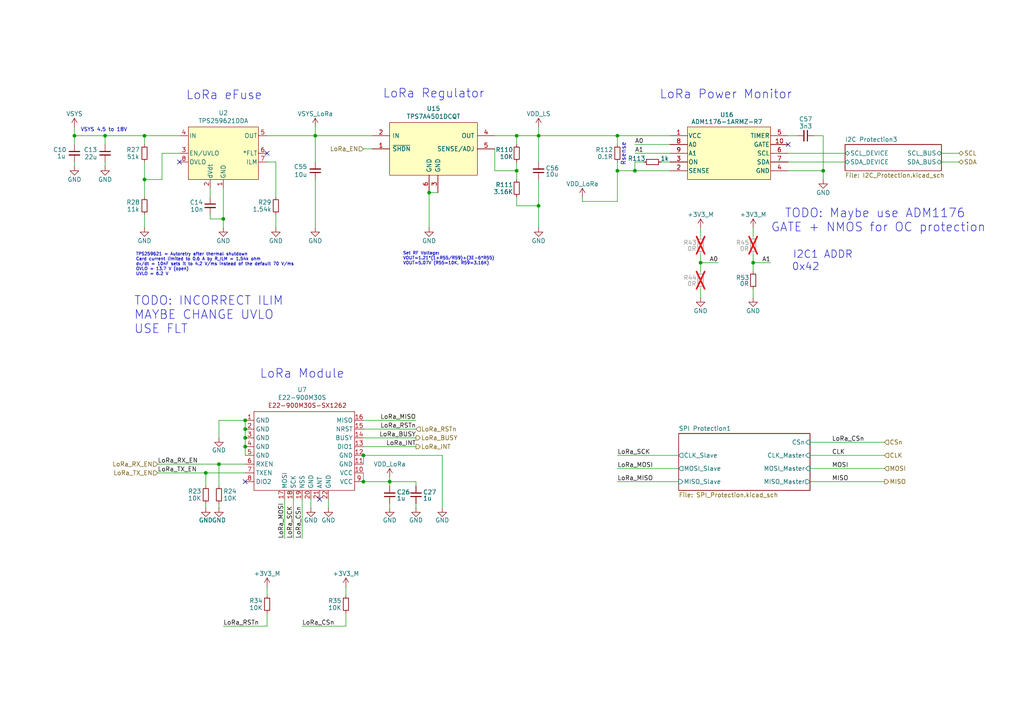
<source format=kicad_sch>
(kicad_sch (version 20231120) (generator "eeschema") (generator_version "8.0")
  (paper "A4")
  (title_block (title "Argus Mainboard") (date "2024-11-19") (rev "v2.1") (company "Carnegie Mellon University") (comment 1 "M. Holliday") (comment 2 "N. Khera") (comment 3 "V. Rajesh"))
  (lib_symbols
    (symbol "Argus-IC:ADM1176-1ARMZ-R7" (pin_names (offset 0.254))
      (property "Reference" "U9" (at 0 8.89 0))
      (property "Value" "ADM1176-1ARMZ-R7" (at 0.762 -9.144 0))
      (symbol "ADM1176-1ARMZ-R7_1_0"
        (pin unspecified line (at -16.51 5.08 0) (length 5.08) (name "VCC") (number "1"))
        (pin unspecified line (at 17.78 2.54 180) (length 5.08) (name "GATE") (number "10"))
        (pin unspecified line (at -16.51 -5.08 0) (length 5.08) (name "SENSE") (number "2"))
        (pin unspecified line (at -16.51 -2.54 0) (length 5.08) (name "ON") (number "3"))
        (pin unspecified line (at 17.78 -5.08 180) (length 5.08) (name "GND") (number "4"))
        (pin unspecified line (at 17.78 5.08 180) (length 5.08) (name "TIMER") (number "5"))
        (pin unspecified line (at 17.78 0 180) (length 5.08) (name "SCL") (number "6"))
        (pin unspecified line (at 17.78 -2.54 180) (length 5.08) (name "SDA") (number "7"))
        (pin unspecified line (at -16.51 2.54 0) (length 5.08) (name "A0") (number "8"))
        (pin unspecified line (at -16.51 0 0) (length 5.08) (name "A1") (number "9"))
      )
      (symbol "ADM1176-1ARMZ-R7_1_1"
        (rectangle (start -11.43 7.62) (end 12.7 -7.62) (fill (type background)))
      )
    )
    (symbol "Argus-IC:TPS7A4501DCQT" (pin_names (offset 0.762))
      (property "Reference" "U6" (at 0 11.811 0))
      (property "Value" "TPS7A4501DCQT" (at 0 9.4996 0))
      (symbol "TPS7A4501DCQT_0_0"
        (pin passive line (at -17.78 0 0) (length 5.08) (name "~{SHDN}") (number "1"))
        (pin input line (at -17.78 3.81 0) (length 5.08) (name "IN") (number "2"))
        (pin output line (at 17.78 3.81 180) (length 5.08) (name "OUT") (number "4"))
        (pin passive line (at 17.78 0 180) (length 5.08) (name "SENSE/ADJ") (number "5"))
      )
      (symbol "TPS7A4501DCQT_1_0"
        (pin power_in line (at 1.27 -12.7 90) (length 5.08) (name "GND") (number "3"))
        (pin power_in line (at -1.27 -12.7 90) (length 5.08) (name "GND") (number "6"))
      )
      (symbol "TPS7A4501DCQT_1_1"
        (polyline (pts (xy -12.7 7.62) (xy 12.7 7.62) (xy 12.7 -7.62) (xy -12.7 -7.62) (xy -12.7 7.62)) (stroke (width 0.1524)) (fill (type background)))
      )
    )
    (symbol "Argus-Miscellaneous:E22-900M30S-SX1262"
      (property "Reference" "U" (at 0 0 0))
      (symbol "E22-900M30S-SX1262_0_1"
        (rectangle (start -13.97 -3.81) (end 15.24 -26.67))
      )
      (symbol "E22-900M30S-SX1262_1_1"
        (text "E22-900M30S-SX1262" (at 1.524 -2.032 0) (effects (font (size 1.27 1.27))))
        (pin passive line (at -16.51 -6.35 0) (length 2.54) (name "GND") (number "1"))
        (pin passive line (at 17.78 -21.59 180) (length 2.54) (name "VCC") (number "10"))
        (pin passive line (at 17.78 -19.05 180) (length 2.54) (name "GND") (number "11"))
        (pin passive line (at 17.78 -16.51 180) (length 2.54) (name "GND") (number "12"))
        (pin passive line (at 17.78 -13.97 180) (length 2.54) (name "DIO1") (number "13"))
        (pin passive line (at 17.78 -11.43 180) (length 2.54) (name "BUSY") (number "14"))
        (pin passive line (at 17.78 -8.89 180) (length 2.54) (name "NRST") (number "15"))
        (pin passive line (at 17.78 -6.35 180) (length 2.54) (name "MISO") (number "16"))
        (pin passive line (at -5.08 -29.21 90) (length 2.54) (name "MOSI") (number "17"))
        (pin passive line (at -2.54 -29.21 90) (length 2.54) (name "SCK") (number "18"))
        (pin passive line (at 0 -29.21 90) (length 2.54) (name "NSS") (number "19"))
        (pin passive line (at -16.51 -8.89 0) (length 2.54) (name "GND") (number "2"))
        (pin passive line (at 2.54 -29.21 90) (length 2.54) (name "GND") (number "20"))
        (pin passive line (at 5.08 -29.21 90) (length 2.54) (name "ANT") (number "21"))
        (pin passive line (at 7.62 -29.21 90) (length 2.54) (name "GND") (number "22"))
        (pin passive line (at -16.51 -11.43 0) (length 2.54) (name "GND") (number "3"))
        (pin passive line (at -16.51 -13.97 0) (length 2.54) (name "GND") (number "4"))
        (pin passive line (at -16.51 -16.51 0) (length 2.54) (name "GND") (number "5"))
        (pin passive line (at -16.51 -19.05 0) (length 2.54) (name "RXEN") (number "6"))
        (pin passive line (at -16.51 -21.59 0) (length 2.54) (name "TXEN") (number "7"))
        (pin passive line (at -16.51 -24.13 0) (length 2.54) (name "DIO2") (number "8"))
        (pin passive line (at 17.78 -24.13 180) (length 2.54) (name "VCC") (number "9"))
      )
    )
    (symbol "Device:C_Small" (pin_numbers hide) (pin_names (offset 0.254) hide)
      (property "Reference" "C" (at 0.254 1.778 0))
      (property "Value" "C_Small" (at 0.254 -2.032 0))
      (symbol "C_Small_0_1"
        (polyline (pts (xy -1.524 -0.508) (xy 1.524 -0.508)) (stroke (width 0.3302)))
        (polyline (pts (xy -1.524 0.508) (xy 1.524 0.508)) (stroke (width 0.3048)))
      )
      (symbol "C_Small_1_1"
        (pin passive line (at 0 2.54 270) (length 2.032) (name "~") (number "1"))
        (pin passive line (at 0 -2.54 90) (length 2.032) (name "~") (number "2"))
      )
    )
    (symbol "Device:R_Small" (pin_numbers hide) (pin_names (offset 0.254) hide)
      (property "Reference" "R" (at 0.762 0.508 0))
      (property "Value" "R_Small" (at 0.762 -1.016 0))
      (symbol "R_Small_0_1"
        (rectangle (start -0.762 1.778) (end 0.762 -1.778) (stroke (width 0.2032)))
      )
      (symbol "R_Small_1_1"
        (pin passive line (at 0 2.54 270) (length 0.762) (name "~") (number "1"))
        (pin passive line (at 0 -2.54 90) (length 0.762) (name "~") (number "2"))
      )
    )
    (symbol "oresat-ics:TPS259621DDA" (pin_names (offset 0.254))
      (property "Reference" "U" (at 0 11.43 0))
      (property "Value" "TPS259621DDA" (at 0 8.89 0))
      (symbol "TPS259621DDA_1_1"
        (rectangle (start -10.16 7.62) (end 10.16 -7.62) (fill (type background)))
        (pin power_in line (at 0 -10.16 90) (length 2.54) (name "GND") (number "1"))
        (pin output line (at -3.81 -10.16 90) (length 2.54) (name "dVdt") (number "2"))
        (pin input line (at -12.7 0 0) (length 2.54) (name "EN/UVLO") (number "3"))
        (pin power_in line (at -12.7 5.08 0) (length 2.54) (name "IN") (number "4"))
        (pin power_out line (at 12.7 5.08 180) (length 2.54) (name "OUT") (number "5"))
        (pin open_collector line (at 12.7 0 180) (length 2.54) (name "*FLT") (number "6"))
        (pin output line (at 12.7 -2.54 180) (length 2.54) (name "ILM") (number "7"))
        (pin input line (at -12.7 -2.54 0) (length 2.54) (name "OVLO") (number "8"))
        (pin power_in line (at 0 -10.16 90) (length 2.54) hide (name "GND") (number "9"))
      )
    )
    (symbol "power:+3V3" (power) (pin_numbers hide) (pin_names (offset 0) hide)
      (property "Value" "+3V3" (at 0 3.556 0))
      (symbol "+3V3_0_1"
        (polyline (pts (xy -0.762 1.27) (xy 0 2.54)))
        (polyline (pts (xy 0 0) (xy 0 2.54)))
        (polyline (pts (xy 0 2.54) (xy 0.762 1.27)))
      )
      (symbol "+3V3_1_1"
        (pin power_in line (at 0 0 90) (length 0) (name "~") (number "1"))
      )
    )
    (symbol "power:+BATT" (power) (pin_numbers hide) (pin_names (offset 0) hide)
      (property "Value" "+BATT" (at 0 3.556 0))
      (symbol "+BATT_0_1"
        (polyline (pts (xy -0.762 1.27) (xy 0 2.54)))
        (polyline (pts (xy 0 0) (xy 0 2.54)))
        (polyline (pts (xy 0 2.54) (xy 0.762 1.27)))
      )
      (symbol "+BATT_1_1"
        (pin power_in line (at 0 0 90) (length 0) (name "~") (number "1"))
      )
    )
    (symbol "power:GND" (power) (pin_numbers hide) (pin_names (offset 0) hide)
      (property "Value" "GND" (at 0 -3.81 0))
      (symbol "GND_0_1"
        (polyline (pts (xy 0 0) (xy 0 -1.27) (xy 1.27 -1.27) (xy 0 -2.54) (xy -1.27 -1.27) (xy 0 -1.27)))
      )
      (symbol "GND_1_1"
        (pin power_in line (at 0 0 270) (length 0) (name "~") (number "1"))
      )
    )
  )
  (junction (at 156.21 39.37))
  (junction (at 59.69 137.16))
  (junction (at 71.12 124.46))
  (junction (at 71.12 127))
  (junction (at 238.76 49.53))
  (junction (at 149.86 39.37))
  (junction (at 156.21 59.69))
  (junction (at 64.77 63.5))
  (junction (at 63.5 134.62))
  (junction (at 41.91 39.37))
  (junction (at 41.91 52.07))
  (junction (at 105.41 139.7))
  (junction (at 30.48 39.37))
  (junction (at 203.2 76.2))
  (junction (at 113.03 139.7))
  (junction (at 124.46 55.88))
  (junction (at 218.44 76.2))
  (junction (at 184.15 49.53))
  (junction (at 21.59 39.37))
  (junction (at 179.07 49.53))
  (junction (at 105.41 132.08))
  (junction (at 71.12 121.92))
  (junction (at 71.12 129.54))
  (junction (at 179.07 39.37))
  (junction (at 91.44 39.37))
  (junction (at 149.86 49.53))
  (no_connect (at 77.47 44.45))
  (no_connect (at 92.71 144.78))
  (no_connect (at 228.6 41.91))
  (no_connect (at 71.12 139.7))
  (no_connect (at 52.07 46.99))
  (wire (pts (xy 45.72 134.62) (xy 63.5 134.62)))
  (wire (pts (xy 64.77 181.61) (xy 77.47 181.61)))
  (wire (pts (xy 105.41 137.16) (xy 105.41 139.7)))
  (wire (pts (xy 234.95 139.7) (xy 256.54 139.7)))
  (wire (pts (xy 203.2 76.2) (xy 203.2 78.74)))
  (wire (pts (xy 218.44 76.2) (xy 218.44 78.74)))
  (wire (pts (xy 245.11 44.45) (xy 228.6 44.45)))
  (wire (pts (xy 46.99 44.45) (xy 52.07 44.45)))
  (wire (pts (xy 30.48 46.99) (xy 30.48 48.26)))
  (wire (pts (xy 59.69 147.32) (xy 59.69 146.05)))
  (wire (pts (xy 203.2 83.82) (xy 203.2 86.36)))
  (wire (pts (xy 149.86 57.15) (xy 149.86 59.69)))
  (wire (pts (xy 203.2 76.2) (xy 208.28 76.2)))
  (wire (pts (xy 71.12 121.92) (xy 63.5 121.92)))
  (wire (pts (xy 105.41 129.54) (xy 120.65 129.54)))
  (wire (pts (xy 105.41 124.46) (xy 120.65 124.46)))
  (wire (pts (xy 218.44 66.04) (xy 218.44 68.58)))
  (wire (pts (xy 179.07 41.91) (xy 179.07 39.37)))
  (wire (pts (xy 194.31 46.99) (xy 191.77 46.99)))
  (wire (pts (xy 77.47 46.99) (xy 80.01 46.99)))
  (wire (pts (xy 41.91 62.23) (xy 41.91 66.04)))
  (wire (pts (xy 105.41 43.18) (xy 107.95 43.18)))
  (wire (pts (xy 179.07 49.53) (xy 184.15 49.53)))
  (wire (pts (xy 149.86 49.53) (xy 149.86 52.07)))
  (wire (pts (xy 143.51 39.37) (xy 149.86 39.37)))
  (wire (pts (xy 60.96 62.23) (xy 60.96 63.5)))
  (wire (pts (xy 179.07 132.08) (xy 196.85 132.08)))
  (wire (pts (xy 46.99 52.07) (xy 46.99 44.45)))
  (wire (pts (xy 105.41 132.08) (xy 105.41 134.62)))
  (wire (pts (xy 179.07 49.53) (xy 179.07 58.42)))
  (wire (pts (xy 107.95 39.37) (xy 91.44 39.37)))
  (wire (pts (xy 105.41 139.7) (xy 113.03 139.7)))
  (wire (pts (xy 218.44 83.82) (xy 218.44 86.36)))
  (wire (pts (xy 113.03 146.05) (xy 113.03 147.32)))
  (wire (pts (xy 218.44 73.66) (xy 218.44 76.2)))
  (wire (pts (xy 228.6 39.37) (xy 231.14 39.37)))
  (wire (pts (xy 179.07 135.89) (xy 196.85 135.89)))
  (wire (pts (xy 71.12 129.54) (xy 71.12 132.08)))
  (wire (pts (xy 80.01 57.15) (xy 80.01 46.99)))
  (wire (pts (xy 64.77 54.61) (xy 64.77 63.5)))
  (wire (pts (xy 105.41 121.92) (xy 120.65 121.92)))
  (wire (pts (xy 238.76 39.37) (xy 238.76 49.53)))
  (wire (pts (xy 91.44 36.83) (xy 91.44 39.37)))
  (wire (pts (xy 203.2 66.04) (xy 203.2 68.58)))
  (wire (pts (xy 41.91 39.37) (xy 41.91 41.91)))
  (wire (pts (xy 63.5 147.32) (xy 63.5 146.05)))
  (wire (pts (xy 228.6 49.53) (xy 238.76 49.53)))
  (wire (pts (xy 63.5 121.92) (xy 63.5 127)))
  (wire (pts (xy 179.07 39.37) (xy 194.31 39.37)))
  (wire (pts (xy 143.51 43.18) (xy 143.51 49.53)))
  (wire (pts (xy 245.11 46.99) (xy 228.6 46.99)))
  (wire (pts (xy 21.59 41.91) (xy 21.59 39.37)))
  (wire (pts (xy 41.91 52.07) (xy 46.99 52.07)))
  (wire (pts (xy 77.47 170.18) (xy 77.47 172.72)))
  (wire (pts (xy 100.33 177.8) (xy 100.33 181.61)))
  (wire (pts (xy 30.48 39.37) (xy 30.48 41.91)))
  (wire (pts (xy 238.76 39.37) (xy 236.22 39.37)))
  (wire (pts (xy 168.91 58.42) (xy 179.07 58.42)))
  (wire (pts (xy 60.96 63.5) (xy 64.77 63.5)))
  (wire (pts (xy 21.59 39.37) (xy 21.59 36.83)))
  (wire (pts (xy 100.33 170.18) (xy 100.33 172.72)))
  (wire (pts (xy 105.41 127) (xy 120.65 127)))
  (wire (pts (xy 71.12 127) (xy 71.12 129.54)))
  (wire (pts (xy 156.21 36.83) (xy 156.21 39.37)))
  (wire (pts (xy 113.03 139.7) (xy 120.65 139.7)))
  (wire (pts (xy 234.95 132.08) (xy 256.54 132.08)))
  (wire (pts (xy 203.2 73.66) (xy 203.2 76.2)))
  (wire (pts (xy 105.41 132.08) (xy 128.27 132.08)))
  (wire (pts (xy 41.91 52.07) (xy 41.91 57.15)))
  (wire (pts (xy 91.44 52.07) (xy 91.44 66.04)))
  (wire (pts (xy 238.76 49.53) (xy 238.76 52.07)))
  (wire (pts (xy 168.91 58.42) (xy 168.91 57.15)))
  (wire (pts (xy 91.44 46.99) (xy 91.44 39.37)))
  (wire (pts (xy 184.15 46.99) (xy 184.15 49.53)))
  (wire (pts (xy 95.25 144.78) (xy 95.25 147.32)))
  (wire (pts (xy 149.86 39.37) (xy 156.21 39.37)))
  (wire (pts (xy 273.05 46.99) (xy 278.13 46.99)))
  (wire (pts (xy 87.63 181.61) (xy 100.33 181.61)))
  (wire (pts (xy 77.47 177.8) (xy 77.47 181.61)))
  (wire (pts (xy 156.21 39.37) (xy 179.07 39.37)))
  (wire (pts (xy 124.46 55.88) (xy 124.46 66.04)))
  (wire (pts (xy 156.21 52.07) (xy 156.21 59.69)))
  (wire (pts (xy 21.59 39.37) (xy 30.48 39.37)))
  (wire (pts (xy 30.48 39.37) (xy 41.91 39.37)))
  (wire (pts (xy 218.44 76.2) (xy 223.52 76.2)))
  (wire (pts (xy 149.86 59.69) (xy 156.21 59.69)))
  (wire (pts (xy 179.07 46.99) (xy 179.07 49.53)))
  (wire (pts (xy 77.47 39.37) (xy 91.44 39.37)))
  (wire (pts (xy 59.69 137.16) (xy 59.69 140.97)))
  (wire (pts (xy 63.5 134.62) (xy 71.12 134.62)))
  (wire (pts (xy 149.86 39.37) (xy 149.86 41.91)))
  (wire (pts (xy 71.12 121.92) (xy 71.12 124.46)))
  (wire (pts (xy 273.05 44.45) (xy 278.13 44.45)))
  (wire (pts (xy 120.65 146.05) (xy 120.65 147.32)))
  (wire (pts (xy 143.51 49.53) (xy 149.86 49.53)))
  (wire (pts (xy 64.77 63.5) (xy 64.77 66.04)))
  (wire (pts (xy 179.07 139.7) (xy 196.85 139.7)))
  (wire (pts (xy 59.69 137.16) (xy 71.12 137.16)))
  (wire (pts (xy 184.15 41.91) (xy 194.31 41.91)))
  (wire (pts (xy 87.63 144.78) (xy 87.63 156.21)))
  (wire (pts (xy 82.55 144.78) (xy 82.55 156.21)))
  (wire (pts (xy 149.86 46.99) (xy 149.86 49.53)))
  (wire (pts (xy 234.95 135.89) (xy 256.54 135.89)))
  (wire (pts (xy 71.12 124.46) (xy 71.12 127)))
  (wire (pts (xy 156.21 66.04) (xy 156.21 59.69)))
  (wire (pts (xy 41.91 46.99) (xy 41.91 52.07)))
  (wire (pts (xy 63.5 134.62) (xy 63.5 140.97)))
  (wire (pts (xy 234.95 128.27) (xy 256.54 128.27)))
  (wire (pts (xy 80.01 62.23) (xy 80.01 66.04)))
  (wire (pts (xy 128.27 132.08) (xy 128.27 147.32)))
  (wire (pts (xy 45.72 137.16) (xy 59.69 137.16)))
  (wire (pts (xy 113.03 139.7) (xy 113.03 140.97)))
  (wire (pts (xy 41.91 39.37) (xy 52.07 39.37)))
  (wire (pts (xy 21.59 46.99) (xy 21.59 48.26)))
  (wire (pts (xy 85.09 144.78) (xy 85.09 156.21)))
  (wire (pts (xy 184.15 49.53) (xy 194.31 49.53)))
  (wire (pts (xy 186.69 46.99) (xy 184.15 46.99)))
  (wire (pts (xy 184.15 44.45) (xy 194.31 44.45)))
  (wire (pts (xy 120.65 139.7) (xy 120.65 140.97)))
  (wire (pts (xy 90.17 144.78) (xy 90.17 147.32)))
  (wire (pts (xy 127 55.88) (xy 124.46 55.88)))
  (wire (pts (xy 156.21 46.99) (xy 156.21 39.37)))
  (wire (pts (xy 113.03 138.43) (xy 113.03 139.7)))
  (wire (pts (xy 60.96 54.61) (xy 60.96 57.15)))
  (text "TPS259621 = Autoretry after thermal shutdown\nCard current limited to 0.6 A by R_ILM = 1.54k ohm\ndv/dt = 10nF sets it to 4.2 V/ms instead of the default 70 V/ms\nOVLO = 13.7 V (open)\nUVLO = 6.2 V" (at 39.37 76.708 0) (effects (font (size 0.889 0.889)) (justify left)))
  (text "LoRa eFuse" (at 65.024 29.21 0) (effects (font (size 2.54 2.54)) (justify bottom)))
  (text "I2C1 ADDR" (at 247.396 75.184 0) (effects (font (size 2.159 2.159)) (justify right bottom)))
  (text "LoRa Power Monitor" (at 191.262 28.956 0) (effects (font (size 2.54 2.54)) (justify left bottom)))
  (text "LoRa Module" (at 87.63 109.982 0) (effects (font (size 2.54 2.54)) (justify bottom)))
  (text "0x42" (at 237.744 78.74 0) (effects (font (size 2.159 2.159)) (justify right bottom)))
  (text "TODO: Maybe use ADM1176 \nGATE + NMOS for OC protection" (at 254.762 64.008 0) (effects (font (size 2.54 2.54))))
  (text "Set RF Voltage:\nVOUT=1.21*(1+R55/R59)+(3E-6*R55)\nVOUT=5.07V (R55=10K, R59=3.16K)\n" (at 116.84 76.962 0) (effects (font (size 0.889 0.889)) (justify left bottom)))
  (text "Rsense" (at 180.848 44.704 90) (effects (font (size 1.27 1.27))))
  (text "TODO: INCORRECT ILIM\nMAYBE CHANGE UVLO\nUSE FLT" (at 38.862 91.44 0) (effects (font (size 2.54 2.54)) (justify left)))
  (text "VSYS 4.5 to 18V" (at 23.368 38.354 0) (effects (font (size 1.0668 1.0668)) (justify left bottom)))
  (text "LoRa Regulator" (at 110.998 28.702 0) (effects (font (size 2.54 2.54)) (justify left bottom)))
  (label "LoRa_RSTn" (at 64.77 181.61 0))
  (label "LoRa_MOSI" (at 82.55 156.21 90))
  (label "LoRa_SCK" (at 179.07 132.08 0))
  (label "A0" (at 184.15 41.91 0))
  (label "LoRa_TX_EN" (at 45.72 137.16 0))
  (label "LoRa_CSn" (at 87.63 181.61 0))
  (label "A0" (at 208.28 76.2 180))
  (label "A1" (at 184.15 44.45 0))
  (label "MISO" (at 241.3 139.7 0))
  (label "A1" (at 223.52 76.2 180))
  (label "LoRa_CSn" (at 241.3 128.27 0))
  (label "LoRa_MISO" (at 120.65 121.92 180))
  (label "LoRa_MOSI" (at 179.07 135.89 0))
  (label "LoRa_SCK" (at 85.09 156.21 90))
  (label "LoRa_INT" (at 120.65 129.54 180))
  (label "LoRa_CSn" (at 87.63 156.21 90))
  (label "LoRa_BUSY" (at 120.65 127 180))
  (label "LoRa_RX_EN" (at 45.72 134.62 0))
  (label "MOSI" (at 241.3 135.89 0))
  (label "LoRa_MISO" (at 179.07 139.7 0))
  (label "LoRa_RSTn" (at 120.65 124.46 180))
  (label "CLK" (at 241.3 132.08 0))
  (hierarchical_label "SDA" (shape bidirectional) (at 278.13 46.99 0))
  (hierarchical_label "LoRa_EN" (shape input) (at 105.41 43.18 180))
  (hierarchical_label "LoRa_RSTn" (shape input) (at 120.65 124.46 0))
  (hierarchical_label "SCL" (shape bidirectional) (at 278.13 44.45 0))
  (hierarchical_label "MOSI" (shape input) (at 256.54 135.89 0))
  (hierarchical_label "CLK" (shape input) (at 256.54 132.08 0))
  (hierarchical_label "LoRa_RX_EN" (shape input) (at 45.72 134.62 180))
  (hierarchical_label "LoRa_TX_EN" (shape input) (at 45.72 137.16 180))
  (hierarchical_label "LoRa_INT" (shape output) (at 120.65 129.54 0))
  (hierarchical_label "CSn" (shape input) (at 256.54 128.27 0))
  (hierarchical_label "LoRa_BUSY" (shape output) (at 120.65 127 0))
  (hierarchical_label "MISO" (shape output) (at 256.54 139.7 0))
  (symbol (lib_id "Device:R_Small") (at 203.2 71.12 0) (mirror x) (unit 1) (dnp yes)
    (property "Reference" "R43" (at 200.152 70.358 0))
    (property "Value" "0R" (at 200.66 72.136 0))
    (property "Footprint" "Resistor_SMD:R_0603_1608Metric" (effects (hide yes)))
    (property "Description" "Resistor, small symbol" (effects (hide yes)))
  )
  (symbol (lib_id "power:GND") (at 124.46 66.04 0) (unit 1)
    (property "Reference" "#PWR0134" (effects (hide yes)))
    (property "Value" "GND" (at 124.46 69.85 0))
    (property "Description" "Power symbol creates a global label with name \"GND\" , ground" (effects (hide yes)))
  )
  (symbol (lib_id "power:+3V3") (at 77.47 170.18 0) (unit 1)
    (property "Reference" "#SUPPLY012" (effects (hide yes)))
    (property "Value" "+3V3_M" (at 77.47 166.37 0))
    (property "Description" "Power symbol creates a global label with name \"+3V3\"" (effects (hide yes)))
  )
  (symbol (lib_id "power:GND") (at 218.44 86.36 0) (unit 1)
    (property "Reference" "#PWR0163" (effects (hide yes)))
    (property "Value" "GND" (at 218.44 90.17 0))
    (property "Description" "Power symbol creates a global label with name \"GND\" , ground" (effects (hide yes)))
  )
  (symbol (lib_id "power:GND") (at 30.48 48.26 0) (unit 1)
    (property "Reference" "#PWR030" (effects (hide yes)))
    (property "Value" "GND" (at 30.48 52.07 0))
    (property "Description" "Power symbol creates a global label with name \"GND\" , ground" (effects (hide yes)))
  )
  (symbol (lib_id "Device:C_Small") (at 156.21 49.53 0) (mirror x) (unit 1)
    (property "Reference" "C56" (at 158.242 48.768 0) (effects (justify left)))
    (property "Value" "10u" (at 158.242 50.546 0) (effects (justify left)))
    (property "Footprint" "Capacitor_SMD:C_0603_1608Metric" (effects (hide yes)))
    (property "Description" "10uF +-20% 10V X5R" (effects (hide yes)))
  )
  (symbol (lib_id "power:+BATT") (at 113.03 138.43 0) (unit 1)
    (property "Reference" "#PWR035" (effects (hide yes)))
    (property "Value" "VDD_LoRa" (at 113.03 134.62 0))
    (property "Description" "Power symbol creates a global label with name \"+BATT\"" (effects (hide yes)))
  )
  (symbol (lib_id "Device:R_Small") (at 149.86 54.61 0) (unit 1)
    (property "Reference" "R111" (at 148.844 53.594 0) (effects (justify right)))
    (property "Value" "3.16K" (at 148.844 55.626 0) (effects (justify right)))
    (property "Footprint" "Resistor_SMD:R_0603_1608Metric" (effects (hide yes)))
    (property "Description" "Resistor, small symbol" (effects (hide yes)))
  )
  (symbol (lib_id "oresat-ics:TPS259621DDA") (at 64.77 44.45 0) (unit 1)
    (property "Reference" "U2" (at 64.77 32.766 0))
    (property "Value" "TPS259621DDA" (at 64.77 35.052 0))
    (property "Footprint" "Package_SO:Texas_R-PDSO-G8_EP2.95x4.9mm_Mask2.4x3.1mm_ThermalVias" (effects (hide yes)))
    (property "Datasheet" "https://www.ti.com/lit/ds/symlink/tps2596.pdf" (effects (hide yes)))
    (property "Description" "TPS259620 - Latch-off eFuse With Accurate Current Monitor 2A 8-SO PowerPad" (effects (hide yes)))
    (property "DPN" "296-TPS259620DDATCT-ND" (effects (hide yes)))
    (property "DST" "Digi-Key" (effects (hide yes)))
    (property "MFR" "Texas Instruments" (effects (hide yes)))
    (property "MPN" "TPS259620DDAT" (effects (hide yes)))
  )
  (symbol (lib_id "power:GND") (at 63.5 127 0) (unit 1)
    (property "Reference" "#PWR047" (effects (hide yes)))
    (property "Value" "GND" (at 63.5 130.556 0))
    (property "Description" "Power symbol creates a global label with name \"GND\" , ground" (effects (hide yes)))
  )
  (symbol (lib_id "Argus-Miscellaneous:E22-900M30S-SX1262") (at 87.63 115.57 0) (unit 1)
    (property "Reference" "U7" (at 87.63 113.03 0))
    (property "Value" "E22-900M30S" (at 87.63 115.316 0))
    (property "Footprint" "Argus-Miscellaneous:E22-900M30S-SX1262" (effects (hide yes)))
    (property "Flight" "RFM98PW" (effects (hide yes)))
    (property "Manufacturer_Name" "HopeRF" (effects (hide yes)))
    (property "Manufacturer_Part_Number" "RFM98PW" (effects (hide yes)))
    (property "Proto" "RFM98PW" (effects (hide yes)))
  )
  (symbol (lib_id "power:GND") (at 41.91 66.04 0) (unit 1)
    (property "Reference" "#PWR031" (effects (hide yes)))
    (property "Value" "GND" (at 41.91 69.85 0))
    (property "Description" "Power symbol creates a global label with name \"GND\" , ground" (effects (hide yes)))
  )
  (symbol (lib_id "Device:R_Small") (at 77.47 175.26 0) (unit 1)
    (property "Reference" "R34" (at 76.2 174.244 0) (effects (justify right)))
    (property "Value" "10K" (at 76.2 176.276 0) (effects (justify right)))
    (property "Footprint" "Resistor_SMD:R_0603_1608Metric" (effects (hide yes)))
    (property "Description" "Resistor, small symbol" (effects (hide yes)))
  )
  (symbol (lib_id "Device:R_Small") (at 149.86 44.45 0) (unit 1)
    (property "Reference" "R110" (at 148.844 43.434 0) (effects (justify right)))
    (property "Value" "10K" (at 148.844 45.466 0) (effects (justify right)))
    (property "Footprint" "Resistor_SMD:R_0603_1608Metric" (effects (hide yes)))
    (property "Description" "Resistor, small symbol" (effects (hide yes)))
  )
  (symbol (lib_id "power:+BATT") (at 21.59 36.83 0) (unit 1)
    (property "Reference" "#PWR028" (effects (hide yes)))
    (property "Value" "VSYS" (at 21.59 33.02 0))
    (property "Description" "Power symbol creates a global label with name \"+BATT\"" (effects (hide yes)))
  )
  (symbol (lib_id "power:GND") (at 95.25 147.32 0) (unit 1)
    (property "Reference" "#PWR054" (effects (hide yes)))
    (property "Value" "GND" (at 95.25 150.876 0))
    (property "Description" "Power symbol creates a global label with name \"GND\" , ground" (effects (hide yes)))
  )
  (symbol (lib_id "Device:C_Small") (at 60.96 59.69 0) (mirror y) (unit 1)
    (property "Reference" "C14" (at 58.928 58.674 0) (effects (justify left)))
    (property "Value" "10n" (at 58.9661 60.7724 0) (effects (justify left)))
    (property "Footprint" "Capacitor_SMD:C_0603_1608Metric" (effects (hide yes)))
    (property "Description" "10 nF (10000pF) ±10% 50V Ceramic Capacitor X7R 0603 (1608 Metric)" (effects (hide yes)))
    (property "MPN" "C0603C103J3GECAUTO" (effects (hide yes)))
    (property "MFR" "KEMET" (effects (hide yes)))
    (property "DPN" "399-14102-1-ND" (effects (hide yes)))
    (property "DST" "Digi-Key" (effects (hide yes)))
  )
  (symbol (lib_id "power:+BATT") (at 156.21 36.83 0) (unit 1)
    (property "Reference" "#PWR034" (effects (hide yes)))
    (property "Value" "VDD_LS" (at 156.21 33.02 0))
    (property "Description" "Power symbol creates a global label with name \"+BATT\"" (effects (hide yes)))
  )
  (symbol (lib_id "Device:C_Small") (at 120.65 143.51 0) (mirror x) (unit 1)
    (property "Reference" "C27" (at 122.682 142.748 0) (effects (justify left)))
    (property "Value" "1u" (at 122.682 144.526 0) (effects (justify left)))
    (property "Footprint" "Capacitor_SMD:C_0603_1608Metric" (effects (hide yes)))
    (property "Description" "10uF +-20% 10V X5R" (effects (hide yes)))
  )
  (symbol (lib_id "Device:R_Small") (at 41.91 44.45 0) (unit 1)
    (property "Reference" "R27" (at 38.608 43.434 0))
    (property "Value" "51k" (at 38.608 45.466 0))
    (property "Footprint" "Resistor_SMD:R_0603_1608Metric" (effects (hide yes)))
    (property "Description" "Resistor, small symbol" (effects (hide yes)))
    (property "DPN" "RMCF0603FT10K0CT-ND" (effects (hide yes)))
    (property "DST" "Digi-Key" (effects (hide yes)))
    (property "MFR" "Stackpole Electronics Inc" (effects (hide yes)))
    (property "MPN" "RMCF0603FT10K0" (effects (hide yes)))
  )
  (symbol (lib_id "power:+3V3") (at 100.33 170.18 0) (unit 1)
    (property "Reference" "#SUPPLY015" (effects (hide yes)))
    (property "Value" "+3V3_M" (at 100.33 166.37 0))
    (property "Description" "Power symbol creates a global label with name \"+3V3\"" (effects (hide yes)))
  )
  (symbol (lib_id "Device:C_Small") (at 21.59 44.45 0) (mirror y) (unit 1)
    (property "Reference" "C10" (at 19.304 43.434 0) (effects (justify left)))
    (property "Value" "1u" (at 19.0881 45.2784 0) (effects (justify left)))
    (property "Footprint" "Capacitor_SMD:C_0603_1608Metric" (effects (hide yes)))
    (property "Description" "1µF ±10% 25V Ceramic Capacitor X5R 0603 (1608 Metric)" (effects (hide yes)))
    (property "MPN" "TMK107BJ105KAHT" (effects (hide yes)))
    (property "MFR" "Taiyo Yuden" (effects (hide yes)))
    (property "DPN" "587-3473-1-ND" (effects (hide yes)))
    (property "DST" "Digi-Key" (effects (hide yes)))
  )
  (symbol (lib_id "Device:R_Small") (at 179.07 44.45 0) (mirror x) (unit 1)
    (property "Reference" "R112" (at 175.26 43.434 0))
    (property "Value" "0.1R" (at 175.514 45.466 0))
    (property "Footprint" "Resistor_SMD:R_2512_6332Metric" (effects (hide yes)))
    (property "Description" "Resistor, small symbol" (effects (hide yes)))
  )
  (symbol (lib_id "power:GND") (at 156.21 66.04 0) (unit 1)
    (property "Reference" "#PWR0135" (effects (hide yes)))
    (property "Value" "GND" (at 156.21 69.85 0))
    (property "Description" "Power symbol creates a global label with name \"GND\" , ground" (effects (hide yes)))
  )
  (symbol (lib_id "Device:R_Small") (at 189.23 46.99 90) (mirror x) (unit 1)
    (property "Reference" "R113" (at 184.658 45.974 90))
    (property "Value" "1k" (at 192.786 45.974 90))
    (property "Footprint" "Resistor_SMD:R_0603_1608Metric" (effects (hide yes)))
    (property "Description" "Resistor, small symbol" (effects (hide yes)))
  )
  (symbol (lib_id "power:GND") (at 203.2 86.36 0) (unit 1)
    (property "Reference" "#PWR0155" (effects (hide yes)))
    (property "Value" "GND" (at 203.2 90.17 0))
    (property "Description" "Power symbol creates a global label with name \"GND\" , ground" (effects (hide yes)))
  )
  (symbol (lib_id "Device:C_Small") (at 233.68 39.37 270) (unit 1)
    (property "Reference" "C57" (at 233.68 34.544 90))
    (property "Value" "3n3" (at 233.68 36.6014 90))
    (property "Footprint" "Capacitor_SMD:C_0603_1608Metric" (effects (hide yes)))
    (property "Description" "3.3nF +-10% 100V X7R 0603" (effects (hide yes)))
  )
  (symbol (lib_id "Device:R_Small") (at 80.01 59.69 0) (mirror y) (unit 1)
    (property "Reference" "R29" (at 78.74 58.674 0) (effects (justify left)))
    (property "Value" "1.54k" (at 78.74 60.706 0) (effects (justify left)))
    (property "Footprint" "Resistor_SMD:R_0603_1608Metric" (effects (hide yes)))
    (property "Description" "Resistor, small symbol" (effects (hide yes)))
    (property "DPN" "RMCF0603FT604RCT-ND" (effects (hide yes)))
    (property "DST" "Digi-Key" (effects (hide yes)))
    (property "MFR" "Stackpole Electronics Inc" (effects (hide yes)))
    (property "MPN" "RMCF0603FT604R" (effects (hide yes)))
  )
  (symbol (lib_id "power:+BATT") (at 91.44 36.83 0) (unit 1)
    (property "Reference" "#PWR0132" (effects (hide yes)))
    (property "Value" "VSYS_LoRa" (at 91.44 33.02 0))
    (property "Description" "Power symbol creates a global label with name \"+BATT\"" (effects (hide yes)))
  )
  (symbol (lib_id "power:GND") (at 63.5 147.32 0) (unit 1)
    (property "Reference" "#PWR051" (effects (hide yes)))
    (property "Value" "GND" (at 63.5 150.876 0))
    (property "Description" "Power symbol creates a global label with name \"GND\" , ground" (effects (hide yes)))
  )
  (symbol (lib_id "Device:C_Small") (at 113.03 143.51 0) (mirror x) (unit 1)
    (property "Reference" "C26" (at 115.062 142.748 0) (effects (justify left)))
    (property "Value" "1u" (at 115.062 144.526 0) (effects (justify left)))
    (property "Footprint" "Capacitor_SMD:C_0603_1608Metric" (effects (hide yes)))
    (property "Description" "10uF +-20% 10V X5R" (effects (hide yes)))
  )
  (symbol (lib_id "Device:R_Small") (at 100.33 175.26 0) (unit 1)
    (property "Reference" "R35" (at 99.06 174.244 0) (effects (justify right)))
    (property "Value" "10K" (at 99.06 176.276 0) (effects (justify right)))
    (property "Footprint" "Resistor_SMD:R_0603_1608Metric" (effects (hide yes)))
    (property "Description" "Resistor, small symbol" (effects (hide yes)))
  )
  (symbol (lib_id "Device:R_Small") (at 218.44 81.28 0) (mirror x) (unit 1)
    (property "Reference" "R53" (at 215.392 80.518 0))
    (property "Value" "0R" (at 215.9 82.296 0))
    (property "Footprint" "Resistor_SMD:R_0603_1608Metric" (effects (hide yes)))
    (property "Description" "Resistor, small symbol" (effects (hide yes)))
  )
  (symbol (lib_id "Device:R_Small") (at 218.44 71.12 0) (mirror x) (unit 1) (dnp yes)
    (property "Reference" "R45" (at 215.392 70.358 0))
    (property "Value" "0R" (at 215.9 72.136 0))
    (property "Footprint" "Resistor_SMD:R_0603_1608Metric" (effects (hide yes)))
    (property "Description" "Resistor, small symbol" (effects (hide yes)))
  )
  (symbol (lib_id "Device:C_Small") (at 91.44 49.53 180) (unit 1)
    (property "Reference" "C55" (at 89.1286 48.3616 0) (effects (justify left)))
    (property "Value" "10u" (at 89.1286 50.673 0) (effects (justify left)))
    (property "Footprint" "Capacitor_SMD:C_0603_1608Metric" (effects (hide yes)))
    (property "Description" "10uF +-20% 10V X5R" (effects (hide yes)))
  )
  (symbol (lib_id "power:GND") (at 21.59 48.26 0) (unit 1)
    (property "Reference" "#PWR029" (effects (hide yes)))
    (property "Value" "GND" (at 21.59 52.07 0))
    (property "Description" "Power symbol creates a global label with name \"GND\" , ground" (effects (hide yes)))
  )
  (symbol (lib_id "power:GND") (at 91.44 66.04 0) (unit 1)
    (property "Reference" "#PWR0133" (effects (hide yes)))
    (property "Value" "GND" (at 91.44 69.85 0))
    (property "Description" "Power symbol creates a global label with name \"GND\" , ground" (effects (hide yes)))
  )
  (symbol (lib_id "power:GND") (at 238.76 52.07 0) (unit 1)
    (property "Reference" "#PWR0137" (effects (hide yes)))
    (property "Value" "GND" (at 238.76 55.88 0))
    (property "Description" "Power symbol creates a global label with name \"GND\" , ground" (effects (hide yes)))
  )
  (symbol (lib_id "power:+BATT") (at 168.91 57.15 0) (unit 1)
    (property "Reference" "#PWR0136" (effects (hide yes)))
    (property "Value" "VDD_LoRa" (at 168.91 53.34 0))
    (property "Description" "Power symbol creates a global label with name \"+BATT\"" (effects (hide yes)))
  )
  (symbol (lib_id "power:GND") (at 113.03 147.32 0) (unit 1)
    (property "Reference" "#PWR0170" (effects (hide yes)))
    (property "Value" "GND" (at 113.03 150.876 0))
    (property "Description" "Power symbol creates a global label with name \"GND\" , ground" (effects (hide yes)))
  )
  (symbol (lib_id "power:+3V3") (at 203.2 66.04 0) (unit 1)
    (property "Reference" "#PWR0154" (effects (hide yes)))
    (property "Value" "+3V3_M" (at 203.2 62.23 0))
    (property "Description" "Power symbol creates a global label with name \"+3V3\"" (effects (hide yes)))
  )
  (symbol (lib_id "Device:R_Small") (at 203.2 81.28 0) (mirror x) (unit 1) (dnp yes)
    (property "Reference" "R44" (at 200.152 80.518 0))
    (property "Value" "0R" (at 200.66 82.296 0))
    (property "Footprint" "Resistor_SMD:R_0603_1608Metric" (effects (hide yes)))
    (property "Description" "Resistor, small symbol" (effects (hide yes)))
  )
  (symbol (lib_id "power:GND") (at 128.27 147.32 0) (unit 1)
    (property "Reference" "#PWR052" (effects (hide yes)))
    (property "Value" "GND" (at 128.27 150.876 0))
    (property "Description" "Power symbol creates a global label with name \"GND\" , ground" (effects (hide yes)))
  )
  (symbol (lib_id "Device:C_Small") (at 30.48 44.45 0) (mirror y) (unit 1)
    (property "Reference" "C13" (at 28.194 43.434 0) (effects (justify left)))
    (property "Value" "22u" (at 28.2321 45.5324 0) (effects (justify left)))
    (property "Footprint" "Capacitor_SMD:C_1210_3225Metric" (effects (hide yes)))
    (property "Description" "22 µF ±10% 25V Ceramic Capacitor X7S 1210 (3225 Metric)" (effects (hide yes)))
    (property "MFR" "Murata Electronics" (effects (hide yes)))
    (property "MPN" "GCM32EC71E226KE36K" (effects (hide yes)))
    (property "DPN" "490-GCM32EC71E226KE36KCT-ND" (effects (hide yes)))
    (property "DST" "Digi-Key" (effects (hide yes)))
  )
  (symbol (lib_id "power:+3V3") (at 218.44 66.04 0) (unit 1)
    (property "Reference" "#PWR0162" (effects (hide yes)))
    (property "Value" "+3V3_M" (at 218.44 62.23 0))
    (property "Description" "Power symbol creates a global label with name \"+3V3\"" (effects (hide yes)))
  )
  (symbol (lib_id "power:GND") (at 64.77 66.04 0) (unit 1)
    (property "Reference" "#PWR032" (effects (hide yes)))
    (property "Value" "GND" (at 64.77 69.85 0))
    (property "Description" "Power symbol creates a global label with name \"GND\" , ground" (effects (hide yes)))
  )
  (symbol (lib_id "Device:R_Small") (at 41.91 59.69 0) (unit 1)
    (property "Reference" "R28" (at 38.608 58.674 0))
    (property "Value" "11k" (at 38.608 60.706 0))
    (property "Footprint" "Resistor_SMD:R_0603_1608Metric" (effects (hide yes)))
    (property "Description" "Resistor, small symbol" (effects (hide yes)))
    (property "DPN" "RMCF0603FT10K0CT-ND" (effects (hide yes)))
    (property "DST" "Digi-Key" (effects (hide yes)))
    (property "MFR" "Stackpole Electronics Inc" (effects (hide yes)))
    (property "MPN" "RMCF0603FT10K0" (effects (hide yes)))
  )
  (symbol (lib_id "power:GND") (at 120.65 147.32 0) (unit 1)
    (property "Reference" "#PWR0171" (effects (hide yes)))
    (property "Value" "GND" (at 120.65 150.876 0))
    (property "Description" "Power symbol creates a global label with name \"GND\" , ground" (effects (hide yes)))
  )
  (symbol (lib_id "power:GND") (at 59.69 147.32 0) (unit 1)
    (property "Reference" "#PWR050" (effects (hide yes)))
    (property "Value" "GND" (at 59.69 150.876 0))
    (property "Description" "Power symbol creates a global label with name \"GND\" , ground" (effects (hide yes)))
  )
  (symbol (lib_id "power:GND") (at 80.01 66.04 0) (unit 1)
    (property "Reference" "#PWR033" (effects (hide yes)))
    (property "Value" "GND" (at 80.01 69.85 0))
    (property "Description" "Power symbol creates a global label with name \"GND\" , ground" (effects (hide yes)))
  )
  (symbol (lib_id "Device:R_Small") (at 59.69 143.51 0) (unit 1)
    (property "Reference" "R23" (at 58.42 142.494 0) (effects (justify right)))
    (property "Value" "10K" (at 58.42 144.526 0) (effects (justify right)))
    (property "Footprint" "Resistor_SMD:R_0603_1608Metric" (effects (hide yes)))
    (property "Description" "Resistor, small symbol" (effects (hide yes)))
  )
  (symbol (lib_id "Device:R_Small") (at 63.5 143.51 0) (mirror y) (unit 1)
    (property "Reference" "R24" (at 64.77 142.494 0) (effects (justify right)))
    (property "Value" "10K" (at 64.77 144.526 0) (effects (justify right)))
    (property "Footprint" "Resistor_SMD:R_0603_1608Metric" (effects (hide yes)))
    (property "Description" "Resistor, small symbol" (effects (hide yes)))
  )
  (symbol (lib_id "power:GND") (at 90.17 147.32 0) (unit 1)
    (property "Reference" "#PWR053" (effects (hide yes)))
    (property "Value" "GND" (at 90.17 150.876 0))
    (property "Description" "Power symbol creates a global label with name \"GND\" , ground" (effects (hide yes)))
  )
  (symbol (lib_id "Argus-IC:ADM1176-1ARMZ-R7") (at 210.82 44.45 0) (unit 1)
    (property "Reference" "U16" (at 210.82 33.274 0))
    (property "Value" "ADM1176-1ARMZ-R7" (at 210.82 35.306 0))
    (property "Footprint" "Package_SO:MSOP-10_3x3mm_P0.5mm" (effects (hide yes)))
    (property "Flight" "ADM1176-1ARMZ-R7" (effects (hide yes)))
    (property "Manufacturer_Name" "Analog Devices Inc." (effects (hide yes)))
    (property "Manufacturer_Part_Number" "ADM1176-1ARMZ-R7" (effects (hide yes)))
    (property "Proto" "ADM1176-1ARMZ-R7" (effects (hide yes)))
  )
  (symbol (lib_id "Argus-IC:TPS7A4501DCQT") (at 125.73 43.18 0) (unit 1)
    (property "Reference" "U15" (at 125.73 31.496 0))
    (property "Value" "TPS7A4501DCQT" (at 125.73 33.782 0))
    (property "Footprint" "Package_TO_SOT_SMD:SOT-223-6" (effects (hide yes)))
    (property "Flight" "TPS7A4501DCQT" (effects (hide yes)))
    (property "Manufacturer_Name" "Texas Instruments" (effects (hide yes)))
    (property "Manufacturer_Part_Number" "TPS7A4501DCQT" (effects (hide yes)))
    (property "Proto" "TPS7A4501DCQT" (effects (hide yes)))
  )
  (sheet (at 245.11 41.91) (size 27.94 7.62) (stroke (width 0.1524))
    (property "Sheetname" "I2C Protection3" (at 245.11 41.1984 0) (effects (justify left bottom)))
    (property "Sheetfile" "I2C_Protection.kicad_sch" (at 245.11 50.1146 0) (effects (justify left top)))
    (pin "SCL_DEVICE" bidirectional (at 245.11 44.45 180))
    (pin "SDA_BUS" bidirectional (at 273.05 46.99 0))
    (pin "SDA_DEVICE" bidirectional (at 245.11 46.99 180))
    (pin "SCL_BUS" bidirectional (at 273.05 44.45 0))
  )
  (sheet (at 196.85 125.73) (size 38.1 16.51) (stroke (width 0.1524))
    (property "Sheetname" "SPI Protection1" (at 196.85 125.0184 0) (effects (justify left bottom)))
    (property "Sheetfile" "SPI_Protection.kicad_sch" (at 196.85 142.8246 0) (effects (justify left top)))
    (pin "MOSI_Slave" output (at 196.85 135.89 180))
    (pin "CLK_Slave" output (at 196.85 132.08 180))
    (pin "MISO_Master" output (at 234.95 139.7 0))
    (pin "MISO_Slave" input (at 196.85 139.7 180))
    (pin "CSn" input (at 234.95 128.27 0))
    (pin "MOSI_Master" input (at 234.95 135.89 0))
    (pin "CLK_Master" input (at 234.95 132.08 0))
  )
)
</source>
